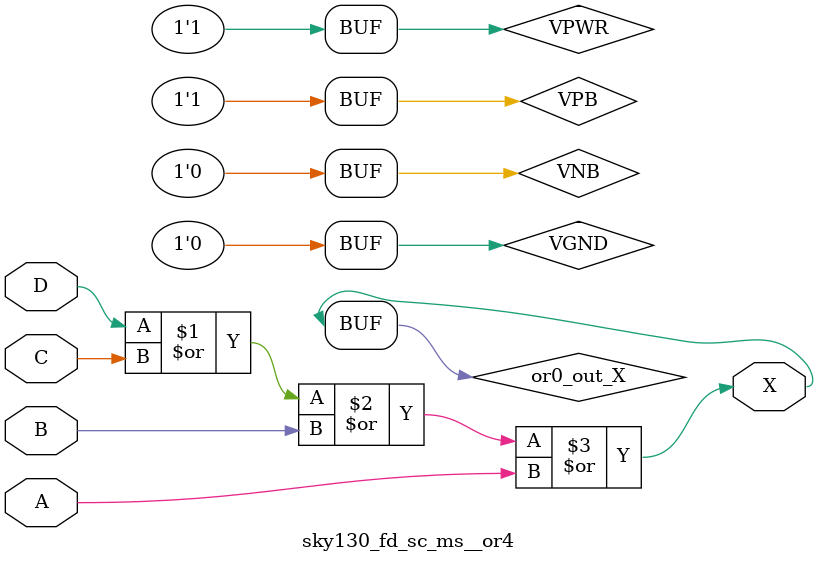
<source format=v>
/*
 * Copyright 2020 The SkyWater PDK Authors
 *
 * Licensed under the Apache License, Version 2.0 (the "License");
 * you may not use this file except in compliance with the License.
 * You may obtain a copy of the License at
 *
 *     https://www.apache.org/licenses/LICENSE-2.0
 *
 * Unless required by applicable law or agreed to in writing, software
 * distributed under the License is distributed on an "AS IS" BASIS,
 * WITHOUT WARRANTIES OR CONDITIONS OF ANY KIND, either express or implied.
 * See the License for the specific language governing permissions and
 * limitations under the License.
 *
 * SPDX-License-Identifier: Apache-2.0
*/


`ifndef SKY130_FD_SC_MS__OR4_TIMING_V
`define SKY130_FD_SC_MS__OR4_TIMING_V

/**
 * or4: 4-input OR.
 *
 * Verilog simulation timing model.
 */

`timescale 1ns / 1ps
`default_nettype none

`celldefine
module sky130_fd_sc_ms__or4 (
    X,
    A,
    B,
    C,
    D
);

    // Module ports
    output X;
    input  A;
    input  B;
    input  C;
    input  D;

    // Module supplies
    supply1 VPWR;
    supply0 VGND;
    supply1 VPB ;
    supply0 VNB ;

    // Local signals
    wire or0_out_X;

    //  Name  Output     Other arguments
    or  or0  (or0_out_X, D, C, B, A     );
    buf buf0 (X        , or0_out_X      );

endmodule
`endcelldefine

`default_nettype wire
`endif  // SKY130_FD_SC_MS__OR4_TIMING_V

</source>
